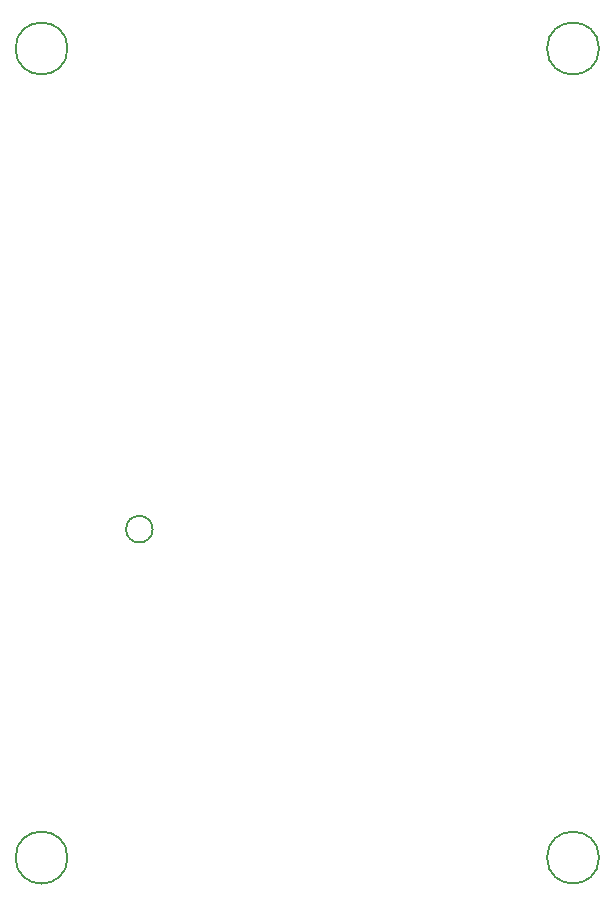
<source format=gbr>
%TF.GenerationSoftware,KiCad,Pcbnew,6.0.11-2627ca5db0~126~ubuntu22.04.1*%
%TF.CreationDate,2023-07-24T10:44:50+02:00*%
%TF.ProjectId,HB-UNI-SEN-BATT_FUEL4EP,48422d55-4e49-42d5-9345-4e2d42415454,V1.2*%
%TF.SameCoordinates,Original*%
%TF.FileFunction,Other,Comment*%
%FSLAX46Y46*%
G04 Gerber Fmt 4.6, Leading zero omitted, Abs format (unit mm)*
G04 Created by KiCad (PCBNEW 6.0.11-2627ca5db0~126~ubuntu22.04.1) date 2023-07-24 10:44:50*
%MOMM*%
%LPD*%
G01*
G04 APERTURE LIST*
%ADD10C,0.150000*%
G04 APERTURE END LIST*
D10*
%TO.C,Module1*%
X25405000Y-44945000D02*
G75*
G03*
X25405000Y-44945000I-1125000J0D01*
G01*
%TO.C,H2*%
X63200000Y-4250000D02*
G75*
G03*
X63200000Y-4250000I-2200000J0D01*
G01*
%TO.C,H4*%
X63200000Y-72750000D02*
G75*
G03*
X63200000Y-72750000I-2200000J0D01*
G01*
%TO.C,H3*%
X18200000Y-72750000D02*
G75*
G03*
X18200000Y-72750000I-2200000J0D01*
G01*
%TO.C,H1*%
X18200000Y-4250000D02*
G75*
G03*
X18200000Y-4250000I-2200000J0D01*
G01*
%TD*%
M02*

</source>
